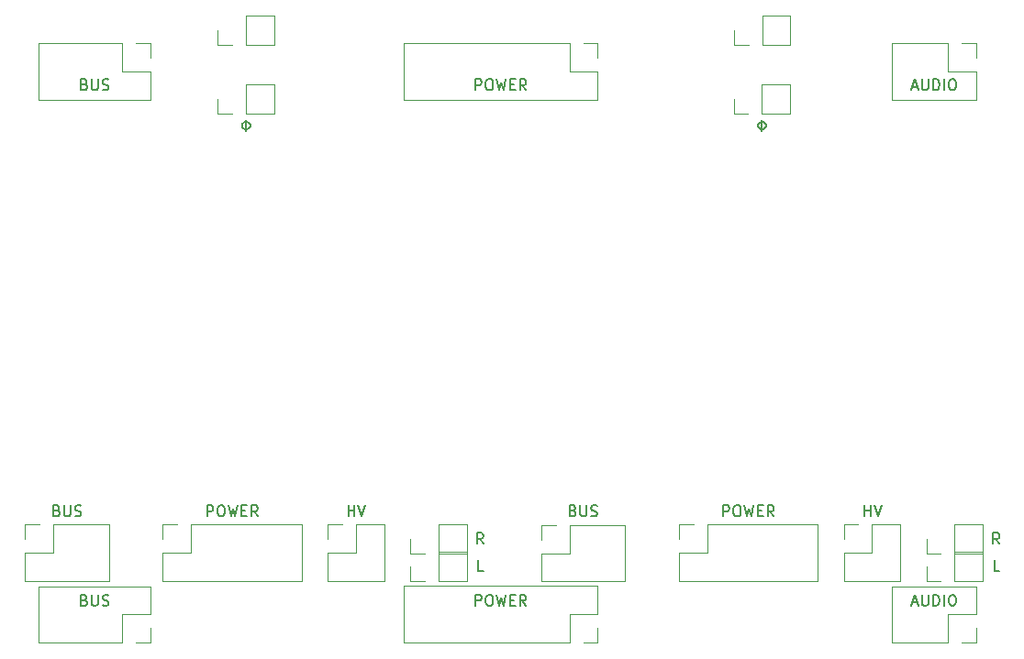
<source format=gto>
G04 #@! TF.GenerationSoftware,KiCad,Pcbnew,6.0.4+dfsg-1+b1*
G04 #@! TF.CreationDate,2022-04-23T23:39:37+03:00*
G04 #@! TF.ProjectId,yatabaza-bus,79617461-6261-47a6-912d-6275732e6b69,rev?*
G04 #@! TF.SameCoordinates,Original*
G04 #@! TF.FileFunction,Legend,Top*
G04 #@! TF.FilePolarity,Positive*
%FSLAX46Y46*%
G04 Gerber Fmt 4.6, Leading zero omitted, Abs format (unit mm)*
G04 Created by KiCad (PCBNEW 6.0.4+dfsg-1+b1) date 2022-04-23 23:39:37*
%MOMM*%
%LPD*%
G01*
G04 APERTURE LIST*
%ADD10C,0.150000*%
%ADD11C,0.120000*%
%ADD12R,1.700000X1.700000*%
%ADD13O,1.700000X1.700000*%
%ADD14C,4.500000*%
G04 APERTURE END LIST*
D10*
X52300476Y-76652380D02*
X52300476Y-75652380D01*
X52681428Y-75652380D01*
X52776666Y-75700000D01*
X52824285Y-75747619D01*
X52871904Y-75842857D01*
X52871904Y-75985714D01*
X52824285Y-76080952D01*
X52776666Y-76128571D01*
X52681428Y-76176190D01*
X52300476Y-76176190D01*
X53490952Y-75652380D02*
X53681428Y-75652380D01*
X53776666Y-75700000D01*
X53871904Y-75795238D01*
X53919523Y-75985714D01*
X53919523Y-76319047D01*
X53871904Y-76509523D01*
X53776666Y-76604761D01*
X53681428Y-76652380D01*
X53490952Y-76652380D01*
X53395714Y-76604761D01*
X53300476Y-76509523D01*
X53252857Y-76319047D01*
X53252857Y-75985714D01*
X53300476Y-75795238D01*
X53395714Y-75700000D01*
X53490952Y-75652380D01*
X54252857Y-75652380D02*
X54490952Y-76652380D01*
X54681428Y-75938095D01*
X54871904Y-76652380D01*
X55110000Y-75652380D01*
X55490952Y-76128571D02*
X55824285Y-76128571D01*
X55967142Y-76652380D02*
X55490952Y-76652380D01*
X55490952Y-75652380D01*
X55967142Y-75652380D01*
X56967142Y-76652380D02*
X56633809Y-76176190D01*
X56395714Y-76652380D02*
X56395714Y-75652380D01*
X56776666Y-75652380D01*
X56871904Y-75700000D01*
X56919523Y-75747619D01*
X56967142Y-75842857D01*
X56967142Y-75985714D01*
X56919523Y-76080952D01*
X56871904Y-76128571D01*
X56776666Y-76176190D01*
X56395714Y-76176190D01*
X99925476Y-76652380D02*
X99925476Y-75652380D01*
X100306428Y-75652380D01*
X100401666Y-75700000D01*
X100449285Y-75747619D01*
X100496904Y-75842857D01*
X100496904Y-75985714D01*
X100449285Y-76080952D01*
X100401666Y-76128571D01*
X100306428Y-76176190D01*
X99925476Y-76176190D01*
X101115952Y-75652380D02*
X101306428Y-75652380D01*
X101401666Y-75700000D01*
X101496904Y-75795238D01*
X101544523Y-75985714D01*
X101544523Y-76319047D01*
X101496904Y-76509523D01*
X101401666Y-76604761D01*
X101306428Y-76652380D01*
X101115952Y-76652380D01*
X101020714Y-76604761D01*
X100925476Y-76509523D01*
X100877857Y-76319047D01*
X100877857Y-75985714D01*
X100925476Y-75795238D01*
X101020714Y-75700000D01*
X101115952Y-75652380D01*
X101877857Y-75652380D02*
X102115952Y-76652380D01*
X102306428Y-75938095D01*
X102496904Y-76652380D01*
X102735000Y-75652380D01*
X103115952Y-76128571D02*
X103449285Y-76128571D01*
X103592142Y-76652380D02*
X103115952Y-76652380D01*
X103115952Y-75652380D01*
X103592142Y-75652380D01*
X104592142Y-76652380D02*
X104258809Y-76176190D01*
X104020714Y-76652380D02*
X104020714Y-75652380D01*
X104401666Y-75652380D01*
X104496904Y-75700000D01*
X104544523Y-75747619D01*
X104592142Y-75842857D01*
X104592142Y-75985714D01*
X104544523Y-76080952D01*
X104496904Y-76128571D01*
X104401666Y-76176190D01*
X104020714Y-76176190D01*
X77779523Y-81732380D02*
X77303333Y-81732380D01*
X77303333Y-80732380D01*
X77779523Y-79192380D02*
X77446190Y-78716190D01*
X77208095Y-79192380D02*
X77208095Y-78192380D01*
X77589047Y-78192380D01*
X77684285Y-78240000D01*
X77731904Y-78287619D01*
X77779523Y-78382857D01*
X77779523Y-78525714D01*
X77731904Y-78620952D01*
X77684285Y-78668571D01*
X77589047Y-78716190D01*
X77208095Y-78716190D01*
X65325714Y-76652380D02*
X65325714Y-75652380D01*
X65325714Y-76128571D02*
X65897142Y-76128571D01*
X65897142Y-76652380D02*
X65897142Y-75652380D01*
X66230476Y-75652380D02*
X66563809Y-76652380D01*
X66897142Y-75652380D01*
X112945714Y-76652380D02*
X112945714Y-75652380D01*
X112945714Y-76128571D02*
X113517142Y-76128571D01*
X113517142Y-76652380D02*
X113517142Y-75652380D01*
X113850476Y-75652380D02*
X114183809Y-76652380D01*
X114517142Y-75652380D01*
X125404523Y-81732380D02*
X124928333Y-81732380D01*
X124928333Y-80732380D01*
X125404523Y-79192380D02*
X125071190Y-78716190D01*
X124833095Y-79192380D02*
X124833095Y-78192380D01*
X125214047Y-78192380D01*
X125309285Y-78240000D01*
X125356904Y-78287619D01*
X125404523Y-78382857D01*
X125404523Y-78525714D01*
X125356904Y-78620952D01*
X125309285Y-78668571D01*
X125214047Y-78716190D01*
X124833095Y-78716190D01*
X38441428Y-76128571D02*
X38584285Y-76176190D01*
X38631904Y-76223809D01*
X38679523Y-76319047D01*
X38679523Y-76461904D01*
X38631904Y-76557142D01*
X38584285Y-76604761D01*
X38489047Y-76652380D01*
X38108095Y-76652380D01*
X38108095Y-75652380D01*
X38441428Y-75652380D01*
X38536666Y-75700000D01*
X38584285Y-75747619D01*
X38631904Y-75842857D01*
X38631904Y-75938095D01*
X38584285Y-76033333D01*
X38536666Y-76080952D01*
X38441428Y-76128571D01*
X38108095Y-76128571D01*
X39108095Y-75652380D02*
X39108095Y-76461904D01*
X39155714Y-76557142D01*
X39203333Y-76604761D01*
X39298571Y-76652380D01*
X39489047Y-76652380D01*
X39584285Y-76604761D01*
X39631904Y-76557142D01*
X39679523Y-76461904D01*
X39679523Y-75652380D01*
X40108095Y-76604761D02*
X40250952Y-76652380D01*
X40489047Y-76652380D01*
X40584285Y-76604761D01*
X40631904Y-76557142D01*
X40679523Y-76461904D01*
X40679523Y-76366666D01*
X40631904Y-76271428D01*
X40584285Y-76223809D01*
X40489047Y-76176190D01*
X40298571Y-76128571D01*
X40203333Y-76080952D01*
X40155714Y-76033333D01*
X40108095Y-75938095D01*
X40108095Y-75842857D01*
X40155714Y-75747619D01*
X40203333Y-75700000D01*
X40298571Y-75652380D01*
X40536666Y-75652380D01*
X40679523Y-75700000D01*
X86066428Y-76128571D02*
X86209285Y-76176190D01*
X86256904Y-76223809D01*
X86304523Y-76319047D01*
X86304523Y-76461904D01*
X86256904Y-76557142D01*
X86209285Y-76604761D01*
X86114047Y-76652380D01*
X85733095Y-76652380D01*
X85733095Y-75652380D01*
X86066428Y-75652380D01*
X86161666Y-75700000D01*
X86209285Y-75747619D01*
X86256904Y-75842857D01*
X86256904Y-75938095D01*
X86209285Y-76033333D01*
X86161666Y-76080952D01*
X86066428Y-76128571D01*
X85733095Y-76128571D01*
X86733095Y-75652380D02*
X86733095Y-76461904D01*
X86780714Y-76557142D01*
X86828333Y-76604761D01*
X86923571Y-76652380D01*
X87114047Y-76652380D01*
X87209285Y-76604761D01*
X87256904Y-76557142D01*
X87304523Y-76461904D01*
X87304523Y-75652380D01*
X87733095Y-76604761D02*
X87875952Y-76652380D01*
X88114047Y-76652380D01*
X88209285Y-76604761D01*
X88256904Y-76557142D01*
X88304523Y-76461904D01*
X88304523Y-76366666D01*
X88256904Y-76271428D01*
X88209285Y-76223809D01*
X88114047Y-76176190D01*
X87923571Y-76128571D01*
X87828333Y-76080952D01*
X87780714Y-76033333D01*
X87733095Y-75938095D01*
X87733095Y-75842857D01*
X87780714Y-75747619D01*
X87828333Y-75700000D01*
X87923571Y-75652380D01*
X88161666Y-75652380D01*
X88304523Y-75700000D01*
X55880000Y-41092380D02*
X55880000Y-40092380D01*
X55784761Y-40235238D02*
X55975238Y-40235238D01*
X56118095Y-40282857D01*
X56213333Y-40378095D01*
X56260952Y-40473333D01*
X56260952Y-40663809D01*
X56213333Y-40759047D01*
X56118095Y-40854285D01*
X55975238Y-40901904D01*
X55784761Y-40901904D01*
X55641904Y-40854285D01*
X55546666Y-40759047D01*
X55499047Y-40663809D01*
X55499047Y-40473333D01*
X55546666Y-40378095D01*
X55641904Y-40282857D01*
X55784761Y-40235238D01*
X103500000Y-41092380D02*
X103500000Y-40092380D01*
X103404761Y-40235238D02*
X103595238Y-40235238D01*
X103738095Y-40282857D01*
X103833333Y-40378095D01*
X103880952Y-40473333D01*
X103880952Y-40663809D01*
X103833333Y-40759047D01*
X103738095Y-40854285D01*
X103595238Y-40901904D01*
X103404761Y-40901904D01*
X103261904Y-40854285D01*
X103166666Y-40759047D01*
X103119047Y-40663809D01*
X103119047Y-40473333D01*
X103166666Y-40378095D01*
X103261904Y-40282857D01*
X103404761Y-40235238D01*
X40981428Y-36758571D02*
X41124285Y-36806190D01*
X41171904Y-36853809D01*
X41219523Y-36949047D01*
X41219523Y-37091904D01*
X41171904Y-37187142D01*
X41124285Y-37234761D01*
X41029047Y-37282380D01*
X40648095Y-37282380D01*
X40648095Y-36282380D01*
X40981428Y-36282380D01*
X41076666Y-36330000D01*
X41124285Y-36377619D01*
X41171904Y-36472857D01*
X41171904Y-36568095D01*
X41124285Y-36663333D01*
X41076666Y-36710952D01*
X40981428Y-36758571D01*
X40648095Y-36758571D01*
X41648095Y-36282380D02*
X41648095Y-37091904D01*
X41695714Y-37187142D01*
X41743333Y-37234761D01*
X41838571Y-37282380D01*
X42029047Y-37282380D01*
X42124285Y-37234761D01*
X42171904Y-37187142D01*
X42219523Y-37091904D01*
X42219523Y-36282380D01*
X42648095Y-37234761D02*
X42790952Y-37282380D01*
X43029047Y-37282380D01*
X43124285Y-37234761D01*
X43171904Y-37187142D01*
X43219523Y-37091904D01*
X43219523Y-36996666D01*
X43171904Y-36901428D01*
X43124285Y-36853809D01*
X43029047Y-36806190D01*
X42838571Y-36758571D01*
X42743333Y-36710952D01*
X42695714Y-36663333D01*
X42648095Y-36568095D01*
X42648095Y-36472857D01*
X42695714Y-36377619D01*
X42743333Y-36330000D01*
X42838571Y-36282380D01*
X43076666Y-36282380D01*
X43219523Y-36330000D01*
X77065476Y-37282380D02*
X77065476Y-36282380D01*
X77446428Y-36282380D01*
X77541666Y-36330000D01*
X77589285Y-36377619D01*
X77636904Y-36472857D01*
X77636904Y-36615714D01*
X77589285Y-36710952D01*
X77541666Y-36758571D01*
X77446428Y-36806190D01*
X77065476Y-36806190D01*
X78255952Y-36282380D02*
X78446428Y-36282380D01*
X78541666Y-36330000D01*
X78636904Y-36425238D01*
X78684523Y-36615714D01*
X78684523Y-36949047D01*
X78636904Y-37139523D01*
X78541666Y-37234761D01*
X78446428Y-37282380D01*
X78255952Y-37282380D01*
X78160714Y-37234761D01*
X78065476Y-37139523D01*
X78017857Y-36949047D01*
X78017857Y-36615714D01*
X78065476Y-36425238D01*
X78160714Y-36330000D01*
X78255952Y-36282380D01*
X79017857Y-36282380D02*
X79255952Y-37282380D01*
X79446428Y-36568095D01*
X79636904Y-37282380D01*
X79875000Y-36282380D01*
X80255952Y-36758571D02*
X80589285Y-36758571D01*
X80732142Y-37282380D02*
X80255952Y-37282380D01*
X80255952Y-36282380D01*
X80732142Y-36282380D01*
X81732142Y-37282380D02*
X81398809Y-36806190D01*
X81160714Y-37282380D02*
X81160714Y-36282380D01*
X81541666Y-36282380D01*
X81636904Y-36330000D01*
X81684523Y-36377619D01*
X81732142Y-36472857D01*
X81732142Y-36615714D01*
X81684523Y-36710952D01*
X81636904Y-36758571D01*
X81541666Y-36806190D01*
X81160714Y-36806190D01*
X117356190Y-36996666D02*
X117832380Y-36996666D01*
X117260952Y-37282380D02*
X117594285Y-36282380D01*
X117927619Y-37282380D01*
X118260952Y-36282380D02*
X118260952Y-37091904D01*
X118308571Y-37187142D01*
X118356190Y-37234761D01*
X118451428Y-37282380D01*
X118641904Y-37282380D01*
X118737142Y-37234761D01*
X118784761Y-37187142D01*
X118832380Y-37091904D01*
X118832380Y-36282380D01*
X119308571Y-37282380D02*
X119308571Y-36282380D01*
X119546666Y-36282380D01*
X119689523Y-36330000D01*
X119784761Y-36425238D01*
X119832380Y-36520476D01*
X119880000Y-36710952D01*
X119880000Y-36853809D01*
X119832380Y-37044285D01*
X119784761Y-37139523D01*
X119689523Y-37234761D01*
X119546666Y-37282380D01*
X119308571Y-37282380D01*
X120308571Y-37282380D02*
X120308571Y-36282380D01*
X120975238Y-36282380D02*
X121165714Y-36282380D01*
X121260952Y-36330000D01*
X121356190Y-36425238D01*
X121403809Y-36615714D01*
X121403809Y-36949047D01*
X121356190Y-37139523D01*
X121260952Y-37234761D01*
X121165714Y-37282380D01*
X120975238Y-37282380D01*
X120880000Y-37234761D01*
X120784761Y-37139523D01*
X120737142Y-36949047D01*
X120737142Y-36615714D01*
X120784761Y-36425238D01*
X120880000Y-36330000D01*
X120975238Y-36282380D01*
X40981428Y-84383571D02*
X41124285Y-84431190D01*
X41171904Y-84478809D01*
X41219523Y-84574047D01*
X41219523Y-84716904D01*
X41171904Y-84812142D01*
X41124285Y-84859761D01*
X41029047Y-84907380D01*
X40648095Y-84907380D01*
X40648095Y-83907380D01*
X40981428Y-83907380D01*
X41076666Y-83955000D01*
X41124285Y-84002619D01*
X41171904Y-84097857D01*
X41171904Y-84193095D01*
X41124285Y-84288333D01*
X41076666Y-84335952D01*
X40981428Y-84383571D01*
X40648095Y-84383571D01*
X41648095Y-83907380D02*
X41648095Y-84716904D01*
X41695714Y-84812142D01*
X41743333Y-84859761D01*
X41838571Y-84907380D01*
X42029047Y-84907380D01*
X42124285Y-84859761D01*
X42171904Y-84812142D01*
X42219523Y-84716904D01*
X42219523Y-83907380D01*
X42648095Y-84859761D02*
X42790952Y-84907380D01*
X43029047Y-84907380D01*
X43124285Y-84859761D01*
X43171904Y-84812142D01*
X43219523Y-84716904D01*
X43219523Y-84621666D01*
X43171904Y-84526428D01*
X43124285Y-84478809D01*
X43029047Y-84431190D01*
X42838571Y-84383571D01*
X42743333Y-84335952D01*
X42695714Y-84288333D01*
X42648095Y-84193095D01*
X42648095Y-84097857D01*
X42695714Y-84002619D01*
X42743333Y-83955000D01*
X42838571Y-83907380D01*
X43076666Y-83907380D01*
X43219523Y-83955000D01*
X77065476Y-84907380D02*
X77065476Y-83907380D01*
X77446428Y-83907380D01*
X77541666Y-83955000D01*
X77589285Y-84002619D01*
X77636904Y-84097857D01*
X77636904Y-84240714D01*
X77589285Y-84335952D01*
X77541666Y-84383571D01*
X77446428Y-84431190D01*
X77065476Y-84431190D01*
X78255952Y-83907380D02*
X78446428Y-83907380D01*
X78541666Y-83955000D01*
X78636904Y-84050238D01*
X78684523Y-84240714D01*
X78684523Y-84574047D01*
X78636904Y-84764523D01*
X78541666Y-84859761D01*
X78446428Y-84907380D01*
X78255952Y-84907380D01*
X78160714Y-84859761D01*
X78065476Y-84764523D01*
X78017857Y-84574047D01*
X78017857Y-84240714D01*
X78065476Y-84050238D01*
X78160714Y-83955000D01*
X78255952Y-83907380D01*
X79017857Y-83907380D02*
X79255952Y-84907380D01*
X79446428Y-84193095D01*
X79636904Y-84907380D01*
X79875000Y-83907380D01*
X80255952Y-84383571D02*
X80589285Y-84383571D01*
X80732142Y-84907380D02*
X80255952Y-84907380D01*
X80255952Y-83907380D01*
X80732142Y-83907380D01*
X81732142Y-84907380D02*
X81398809Y-84431190D01*
X81160714Y-84907380D02*
X81160714Y-83907380D01*
X81541666Y-83907380D01*
X81636904Y-83955000D01*
X81684523Y-84002619D01*
X81732142Y-84097857D01*
X81732142Y-84240714D01*
X81684523Y-84335952D01*
X81636904Y-84383571D01*
X81541666Y-84431190D01*
X81160714Y-84431190D01*
X117356190Y-84621666D02*
X117832380Y-84621666D01*
X117260952Y-84907380D02*
X117594285Y-83907380D01*
X117927619Y-84907380D01*
X118260952Y-83907380D02*
X118260952Y-84716904D01*
X118308571Y-84812142D01*
X118356190Y-84859761D01*
X118451428Y-84907380D01*
X118641904Y-84907380D01*
X118737142Y-84859761D01*
X118784761Y-84812142D01*
X118832380Y-84716904D01*
X118832380Y-83907380D01*
X119308571Y-84907380D02*
X119308571Y-83907380D01*
X119546666Y-83907380D01*
X119689523Y-83955000D01*
X119784761Y-84050238D01*
X119832380Y-84145476D01*
X119880000Y-84335952D01*
X119880000Y-84478809D01*
X119832380Y-84669285D01*
X119784761Y-84764523D01*
X119689523Y-84859761D01*
X119546666Y-84907380D01*
X119308571Y-84907380D01*
X120308571Y-84907380D02*
X120308571Y-83907380D01*
X120975238Y-83907380D02*
X121165714Y-83907380D01*
X121260952Y-83955000D01*
X121356190Y-84050238D01*
X121403809Y-84240714D01*
X121403809Y-84574047D01*
X121356190Y-84764523D01*
X121260952Y-84859761D01*
X121165714Y-84907380D01*
X120975238Y-84907380D01*
X120880000Y-84859761D01*
X120784761Y-84764523D01*
X120737142Y-84574047D01*
X120737142Y-84240714D01*
X120784761Y-84050238D01*
X120880000Y-83955000D01*
X120975238Y-83907380D01*
D11*
X48200000Y-80010000D02*
X48200000Y-82610000D01*
X50800000Y-77410000D02*
X61020000Y-77410000D01*
X48200000Y-77410000D02*
X48200000Y-78740000D01*
X49530000Y-77410000D02*
X48200000Y-77410000D01*
X48200000Y-82610000D02*
X61020000Y-82610000D01*
X50800000Y-80010000D02*
X48200000Y-80010000D01*
X61020000Y-77410000D02*
X61020000Y-82610000D01*
X50800000Y-77410000D02*
X50800000Y-80010000D01*
X95825000Y-82610000D02*
X108645000Y-82610000D01*
X108645000Y-77410000D02*
X108645000Y-82610000D01*
X97155000Y-77410000D02*
X95825000Y-77410000D01*
X98425000Y-80010000D02*
X95825000Y-80010000D01*
X95825000Y-80010000D02*
X95825000Y-82610000D01*
X98425000Y-77410000D02*
X98425000Y-80010000D01*
X95825000Y-77410000D02*
X95825000Y-78740000D01*
X98425000Y-77410000D02*
X108645000Y-77410000D01*
X73660000Y-82610000D02*
X76260000Y-82610000D01*
X73660000Y-82610000D02*
X73660000Y-79950000D01*
X73660000Y-79950000D02*
X76260000Y-79950000D01*
X71060000Y-82610000D02*
X71060000Y-81280000D01*
X76260000Y-82610000D02*
X76260000Y-79950000D01*
X72390000Y-82610000D02*
X71060000Y-82610000D01*
X73655000Y-80070000D02*
X73655000Y-77410000D01*
X72385000Y-80070000D02*
X71055000Y-80070000D01*
X73655000Y-80070000D02*
X76255000Y-80070000D01*
X76255000Y-80070000D02*
X76255000Y-77410000D01*
X71055000Y-80070000D02*
X71055000Y-78740000D01*
X73655000Y-77410000D02*
X76255000Y-77410000D01*
X63440000Y-82610000D02*
X68640000Y-82610000D01*
X63440000Y-77410000D02*
X63440000Y-78740000D01*
X64770000Y-77410000D02*
X63440000Y-77410000D01*
X66040000Y-80010000D02*
X63440000Y-80010000D01*
X66040000Y-77410000D02*
X68640000Y-77410000D01*
X68640000Y-77410000D02*
X68640000Y-82610000D01*
X63440000Y-80010000D02*
X63440000Y-82610000D01*
X66040000Y-77410000D02*
X66040000Y-80010000D01*
X112390000Y-77410000D02*
X111060000Y-77410000D01*
X113660000Y-80010000D02*
X111060000Y-80010000D01*
X113660000Y-77410000D02*
X116260000Y-77410000D01*
X111060000Y-77410000D02*
X111060000Y-78740000D01*
X116260000Y-77410000D02*
X116260000Y-82610000D01*
X111060000Y-82610000D02*
X116260000Y-82610000D01*
X113660000Y-77410000D02*
X113660000Y-80010000D01*
X111060000Y-80010000D02*
X111060000Y-82610000D01*
X121280000Y-79950000D02*
X123880000Y-79950000D01*
X123880000Y-82610000D02*
X123880000Y-79950000D01*
X118680000Y-82610000D02*
X118680000Y-81280000D01*
X120010000Y-82610000D02*
X118680000Y-82610000D01*
X121280000Y-82610000D02*
X121280000Y-79950000D01*
X121280000Y-82610000D02*
X123880000Y-82610000D01*
X121280000Y-80070000D02*
X123880000Y-80070000D01*
X118680000Y-80070000D02*
X118680000Y-78740000D01*
X121280000Y-77410000D02*
X123880000Y-77410000D01*
X120010000Y-80070000D02*
X118680000Y-80070000D01*
X123880000Y-80070000D02*
X123880000Y-77410000D01*
X121280000Y-80070000D02*
X121280000Y-77410000D01*
X43240000Y-77410000D02*
X43240000Y-82610000D01*
X35500000Y-77410000D02*
X35500000Y-78740000D01*
X35500000Y-82610000D02*
X43240000Y-82610000D01*
X35500000Y-80010000D02*
X35500000Y-82610000D01*
X38100000Y-80010000D02*
X35500000Y-80010000D01*
X38100000Y-77410000D02*
X43240000Y-77410000D01*
X36830000Y-77410000D02*
X35500000Y-77410000D01*
X38100000Y-77410000D02*
X38100000Y-80010000D01*
X83125000Y-80070000D02*
X83125000Y-82670000D01*
X85725000Y-77470000D02*
X90865000Y-77470000D01*
X84455000Y-77470000D02*
X83125000Y-77470000D01*
X83125000Y-82670000D02*
X90865000Y-82670000D01*
X85725000Y-77470000D02*
X85725000Y-80070000D01*
X83125000Y-77470000D02*
X83125000Y-78800000D01*
X90865000Y-77470000D02*
X90865000Y-82670000D01*
X85725000Y-80070000D02*
X83125000Y-80070000D01*
X53280000Y-39430000D02*
X53280000Y-38100000D01*
X55880000Y-39430000D02*
X58480000Y-39430000D01*
X54610000Y-39430000D02*
X53280000Y-39430000D01*
X55880000Y-36770000D02*
X58480000Y-36770000D01*
X55880000Y-39430000D02*
X55880000Y-36770000D01*
X58480000Y-39430000D02*
X58480000Y-36770000D01*
X102230000Y-39430000D02*
X100900000Y-39430000D01*
X103500000Y-39430000D02*
X103500000Y-36770000D01*
X100900000Y-39430000D02*
X100900000Y-38100000D01*
X103500000Y-39430000D02*
X106100000Y-39430000D01*
X103500000Y-36770000D02*
X106100000Y-36770000D01*
X106100000Y-39430000D02*
X106100000Y-36770000D01*
X47050000Y-32960000D02*
X47050000Y-34290000D01*
X44450000Y-35560000D02*
X47050000Y-35560000D01*
X44450000Y-32960000D02*
X44450000Y-35560000D01*
X45720000Y-32960000D02*
X47050000Y-32960000D01*
X47050000Y-35560000D02*
X47050000Y-38160000D01*
X47050000Y-38160000D02*
X36770000Y-38160000D01*
X44450000Y-32960000D02*
X36770000Y-32960000D01*
X36770000Y-32960000D02*
X36770000Y-38160000D01*
X88325000Y-35560000D02*
X88325000Y-38160000D01*
X88325000Y-32960000D02*
X88325000Y-34290000D01*
X88325000Y-38160000D02*
X70425000Y-38160000D01*
X85725000Y-32960000D02*
X85725000Y-35560000D01*
X85725000Y-35560000D02*
X88325000Y-35560000D01*
X85725000Y-32960000D02*
X70425000Y-32960000D01*
X86995000Y-32960000D02*
X88325000Y-32960000D01*
X70425000Y-32960000D02*
X70425000Y-38160000D01*
X120650000Y-32960000D02*
X115510000Y-32960000D01*
X123250000Y-35560000D02*
X123250000Y-38160000D01*
X123250000Y-38160000D02*
X115510000Y-38160000D01*
X115510000Y-32960000D02*
X115510000Y-38160000D01*
X120650000Y-32960000D02*
X120650000Y-35560000D01*
X121920000Y-32960000D02*
X123250000Y-32960000D01*
X120650000Y-35560000D02*
X123250000Y-35560000D01*
X123250000Y-32960000D02*
X123250000Y-34290000D01*
X58475000Y-33080000D02*
X58475000Y-30420000D01*
X55875000Y-33080000D02*
X58475000Y-33080000D01*
X55875000Y-33080000D02*
X55875000Y-30420000D01*
X53275000Y-33080000D02*
X53275000Y-31750000D01*
X54605000Y-33080000D02*
X53275000Y-33080000D01*
X55875000Y-30420000D02*
X58475000Y-30420000D01*
X102235000Y-33080000D02*
X100905000Y-33080000D01*
X103505000Y-33080000D02*
X106105000Y-33080000D01*
X103505000Y-33080000D02*
X103505000Y-30420000D01*
X106105000Y-33080000D02*
X106105000Y-30420000D01*
X100905000Y-33080000D02*
X100905000Y-31750000D01*
X103505000Y-30420000D02*
X106105000Y-30420000D01*
X47050000Y-88325000D02*
X47050000Y-86995000D01*
X44450000Y-88325000D02*
X44450000Y-85725000D01*
X36770000Y-88325000D02*
X36770000Y-83125000D01*
X47050000Y-83125000D02*
X36770000Y-83125000D01*
X44450000Y-85725000D02*
X47050000Y-85725000D01*
X44450000Y-88325000D02*
X36770000Y-88325000D01*
X45720000Y-88325000D02*
X47050000Y-88325000D01*
X47050000Y-85725000D02*
X47050000Y-83125000D01*
X86995000Y-88295000D02*
X88325000Y-88295000D01*
X88325000Y-85695000D02*
X88325000Y-83095000D01*
X70425000Y-88295000D02*
X70425000Y-83095000D01*
X85725000Y-85695000D02*
X88325000Y-85695000D01*
X85725000Y-88295000D02*
X85725000Y-85695000D01*
X85725000Y-88295000D02*
X70425000Y-88295000D01*
X88325000Y-88295000D02*
X88325000Y-86965000D01*
X88325000Y-83095000D02*
X70425000Y-83095000D01*
X120650000Y-85725000D02*
X123250000Y-85725000D01*
X120650000Y-88325000D02*
X115510000Y-88325000D01*
X115510000Y-88325000D02*
X115510000Y-83125000D01*
X120650000Y-88325000D02*
X120650000Y-85725000D01*
X123250000Y-88325000D02*
X123250000Y-86995000D01*
X123250000Y-83125000D02*
X115510000Y-83125000D01*
X123250000Y-85725000D02*
X123250000Y-83125000D01*
X121920000Y-88325000D02*
X123250000Y-88325000D01*
%LPC*%
D12*
X49530000Y-78740000D03*
D13*
X49530000Y-81280000D03*
X52070000Y-78740000D03*
X52070000Y-81280000D03*
X54610000Y-78740000D03*
X54610000Y-81280000D03*
X57150000Y-78740000D03*
X57150000Y-81280000D03*
X59690000Y-78740000D03*
X59690000Y-81280000D03*
D12*
X97155000Y-78740000D03*
D13*
X97155000Y-81280000D03*
X99695000Y-78740000D03*
X99695000Y-81280000D03*
X102235000Y-78740000D03*
X102235000Y-81280000D03*
X104775000Y-78740000D03*
X104775000Y-81280000D03*
X107315000Y-78740000D03*
X107315000Y-81280000D03*
D12*
X72390000Y-81280000D03*
D13*
X74930000Y-81280000D03*
D12*
X72385000Y-78740000D03*
D13*
X74925000Y-78740000D03*
D12*
X64770000Y-78740000D03*
D13*
X64770000Y-81280000D03*
X67310000Y-78740000D03*
X67310000Y-81280000D03*
D12*
X112390000Y-78740000D03*
D13*
X112390000Y-81280000D03*
X114930000Y-78740000D03*
X114930000Y-81280000D03*
D12*
X120010000Y-81280000D03*
D13*
X122550000Y-81280000D03*
D12*
X120010000Y-78740000D03*
D13*
X122550000Y-78740000D03*
D12*
X36830000Y-78740000D03*
D13*
X36830000Y-81280000D03*
X39370000Y-78740000D03*
X39370000Y-81280000D03*
X41910000Y-78740000D03*
X41910000Y-81280000D03*
D12*
X84455000Y-78800000D03*
D13*
X84455000Y-81340000D03*
X86995000Y-78800000D03*
X86995000Y-81340000D03*
X89535000Y-78800000D03*
X89535000Y-81340000D03*
D12*
X54610000Y-38100000D03*
D13*
X57150000Y-38100000D03*
D12*
X102230000Y-38100000D03*
D13*
X104770000Y-38100000D03*
D12*
X45720000Y-34290000D03*
X43180000Y-34290000D03*
X40640000Y-34290000D03*
X38100000Y-34290000D03*
X86995000Y-34290000D03*
X84455000Y-34290000D03*
X81915000Y-34290000D03*
X79375000Y-34290000D03*
X76835000Y-34290000D03*
X74295000Y-34290000D03*
X71755000Y-34290000D03*
X121920000Y-34290000D03*
X119380000Y-34290000D03*
X116840000Y-34290000D03*
X54605000Y-31750000D03*
D13*
X57145000Y-31750000D03*
D12*
X102235000Y-31750000D03*
D13*
X104775000Y-31750000D03*
D12*
X45720000Y-86995000D03*
X43180000Y-86995000D03*
X40640000Y-86995000D03*
X38100000Y-86995000D03*
X86995000Y-86995000D03*
X84455000Y-86995000D03*
X81915000Y-86995000D03*
X79375000Y-86995000D03*
X76835000Y-86995000D03*
X74295000Y-86995000D03*
X71755000Y-86995000D03*
X121920000Y-86995000D03*
X119380000Y-86995000D03*
X116840000Y-86995000D03*
D14*
X50800000Y-72390000D03*
X38100000Y-42545000D03*
X66675000Y-42545000D03*
X121920000Y-42545000D03*
X98425000Y-72390000D03*
X92075000Y-42545000D03*
M02*

</source>
